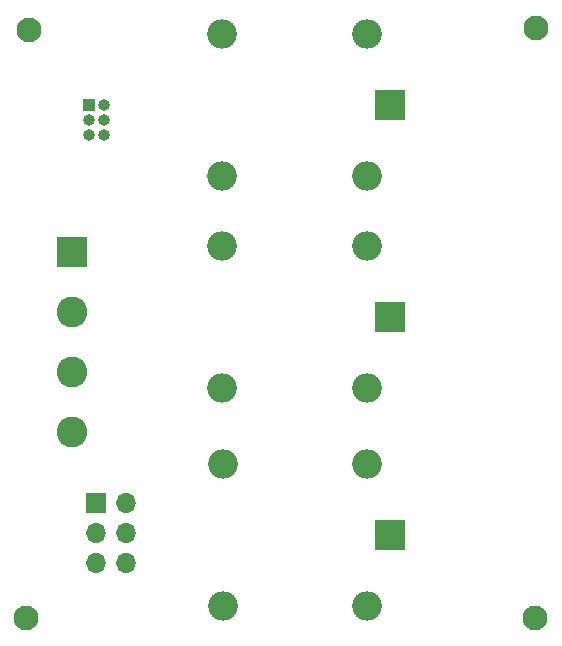
<source format=gbr>
%TF.GenerationSoftware,KiCad,Pcbnew,(6.0.4)*%
%TF.CreationDate,2022-03-29T09:37:11-06:00*%
%TF.ProjectId,luces_status,6c756365-735f-4737-9461-7475732e6b69,rev?*%
%TF.SameCoordinates,Original*%
%TF.FileFunction,Soldermask,Bot*%
%TF.FilePolarity,Negative*%
%FSLAX46Y46*%
G04 Gerber Fmt 4.6, Leading zero omitted, Abs format (unit mm)*
G04 Created by KiCad (PCBNEW (6.0.4)) date 2022-03-29 09:37:11*
%MOMM*%
%LPD*%
G01*
G04 APERTURE LIST*
%ADD10R,2.500000X2.500000*%
%ADD11O,2.500000X2.500000*%
%ADD12C,2.100000*%
%ADD13R,2.600000X2.600000*%
%ADD14C,2.600000*%
%ADD15R,1.700000X1.700000*%
%ADD16O,1.700000X1.700000*%
%ADD17R,1.000000X1.000000*%
%ADD18O,1.000000X1.000000*%
G04 APERTURE END LIST*
D10*
%TO.C,K1*%
X189985000Y-32370244D03*
D11*
X187985000Y-26370244D03*
X175785000Y-26370244D03*
X175785000Y-38370244D03*
X187985000Y-38370244D03*
%TD*%
D10*
%TO.C,K3*%
X190009215Y-68781388D03*
D11*
X188009215Y-62781388D03*
X175809215Y-62781388D03*
X175809215Y-74781388D03*
X188009215Y-74781388D03*
%TD*%
D12*
%TO.C,REF\u002A\u002A*%
X202338543Y-25811192D03*
%TD*%
D13*
%TO.C,J3*%
X163030000Y-44835000D03*
D14*
X163030000Y-49915000D03*
X163030000Y-54995000D03*
X163030000Y-60075000D03*
%TD*%
D15*
%TO.C,J2*%
X165100000Y-66040000D03*
D16*
X167640000Y-66040000D03*
X165100000Y-68580000D03*
X167640000Y-68580000D03*
X165100000Y-71120000D03*
X167640000Y-71120000D03*
%TD*%
D12*
%TO.C,REF\u002A\u002A*%
X202255774Y-75803359D03*
%TD*%
%TO.C,REF\u002A\u002A*%
X159133392Y-75803359D03*
%TD*%
D17*
%TO.C,J1*%
X164475000Y-32385000D03*
D18*
X165745000Y-32385000D03*
X164475000Y-33655000D03*
X165745000Y-33655000D03*
X164475000Y-34925000D03*
X165745000Y-34925000D03*
%TD*%
D10*
%TO.C,K2*%
X189985000Y-50295000D03*
D11*
X187985000Y-44295000D03*
X175785000Y-44295000D03*
X175785000Y-56295000D03*
X187985000Y-56295000D03*
%TD*%
D12*
%TO.C,REF\u002A\u002A*%
X159385000Y-26035000D03*
%TD*%
M02*

</source>
